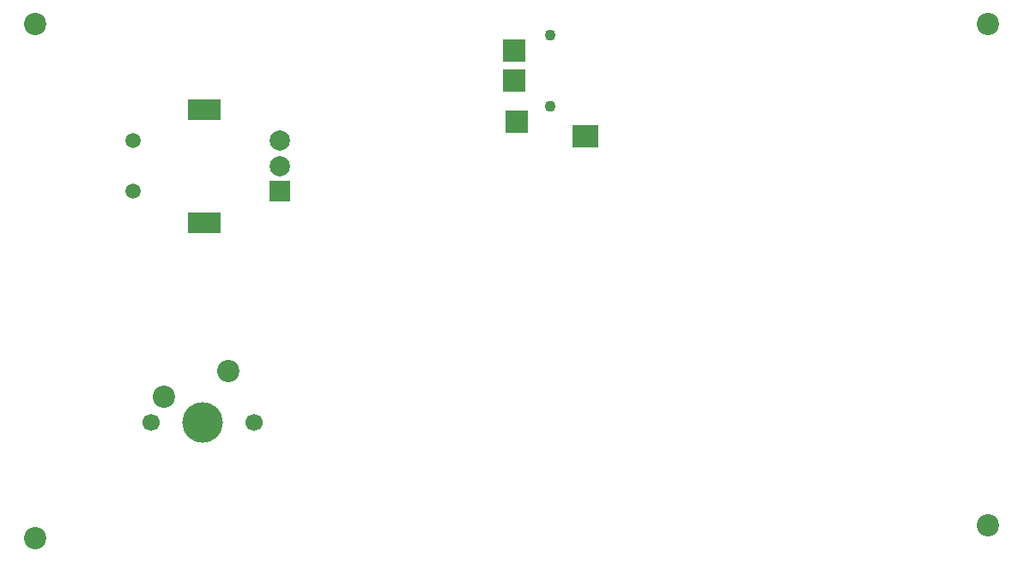
<source format=gbs>
G04 #@! TF.GenerationSoftware,KiCad,Pcbnew,(5.1.7)-1*
G04 #@! TF.CreationDate,2020-11-24T00:17:57-08:00*
G04 #@! TF.ProjectId,daughter_board,64617567-6874-4657-925f-626f6172642e,rev?*
G04 #@! TF.SameCoordinates,Original*
G04 #@! TF.FileFunction,Soldermask,Bot*
G04 #@! TF.FilePolarity,Negative*
%FSLAX46Y46*%
G04 Gerber Fmt 4.6, Leading zero omitted, Abs format (unit mm)*
G04 Created by KiCad (PCBNEW (5.1.7)-1) date 2020-11-24 00:17:57*
%MOMM*%
%LPD*%
G01*
G04 APERTURE LIST*
%ADD10R,2.300000X2.200000*%
%ADD11R,2.500000X2.200000*%
%ADD12C,1.100000*%
%ADD13C,2.200000*%
%ADD14C,4.000000*%
%ADD15C,1.700000*%
%ADD16C,1.500000*%
%ADD17R,3.200000X2.000000*%
%ADD18C,2.000000*%
%ADD19R,2.000000X2.000000*%
G04 APERTURE END LIST*
D10*
X174250000Y-71160000D03*
X174250000Y-74160000D03*
X174450000Y-78160000D03*
D11*
X181250000Y-79660000D03*
D12*
X177800000Y-69660000D03*
X177800000Y-76660000D03*
D13*
X127000000Y-119380000D03*
X220980000Y-118110000D03*
X220980000Y-68580000D03*
X127000000Y-68580000D03*
X146050000Y-102870000D03*
X139700000Y-105410000D03*
D14*
X143510000Y-107950000D03*
D15*
X138430000Y-107950000D03*
X148590000Y-107950000D03*
D16*
X136630000Y-80090000D03*
X136630000Y-85090000D03*
D17*
X143630000Y-76990000D03*
X143630000Y-88190000D03*
D18*
X151130000Y-80090000D03*
X151130000Y-82590000D03*
D19*
X151130000Y-85090000D03*
M02*

</source>
